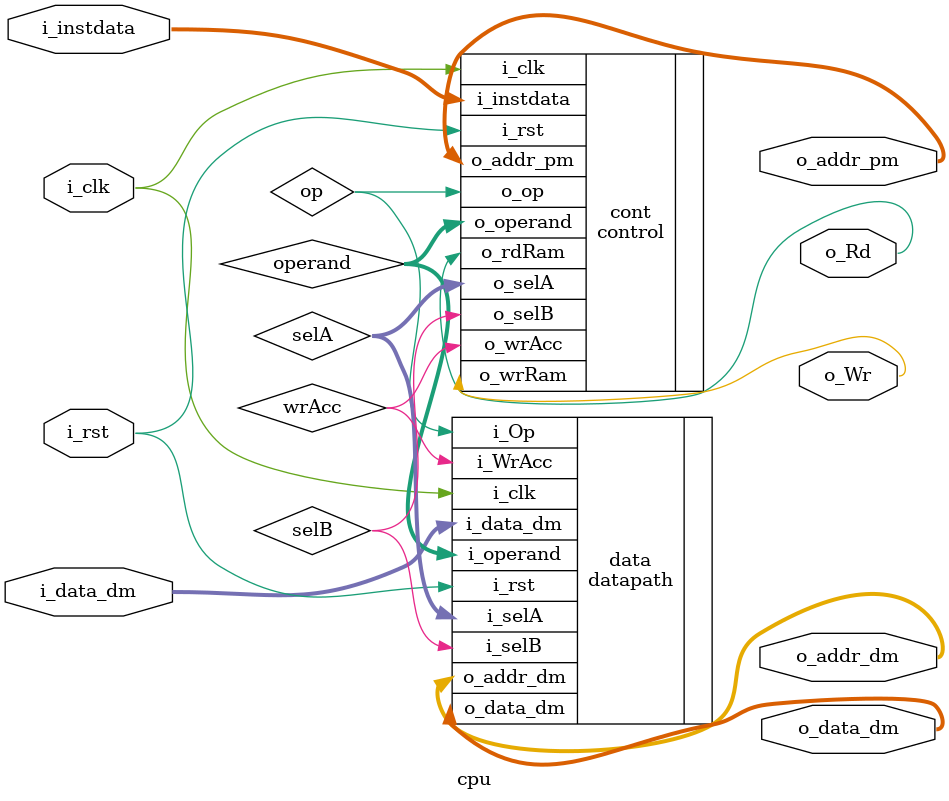
<source format=v>
`timescale 1ns / 1ps

module cpu
#(
    parameter DBITS = 16,
    parameter IBITS = 16,
    parameter ADDR = 11 //view name?
)
(
    input   wire                i_clk,
    input   wire                i_rst,
    input   wire    [IBITS-1:0] i_instdata,
    input   wire    [DBITS-1:0] i_data_dm,
    
    output  wire    [ADDR-1:0]  o_addr_pm,
    output  wire    [ADDR-1:0]  o_addr_dm,
    output  wire                o_Rd,
    output  wire                o_Wr,
    output  wire    [DBITS-1:0] o_data_dm    
);

    //Declaracion de wires internos
    wire selB,wrAcc,op;
    wire [1:0] selA;
    wire [10:0] operand;
    
    control
    #(
        .IBITS                      (IBITS),
        .ADDR                       (ADDR)
    )
     cont
    (
        .i_clk                      (i_clk),
        .i_rst                      (i_rst),
        .i_instdata                 (i_instdata),
        .o_addr_pm                  (o_addr_pm),
        .o_operand                  (operand),
        .o_selA                     (selA),
        .o_selB                     (selB),    
        .o_wrAcc                    (wrAcc),
        .o_op                       (op),
        .o_wrRam                    (o_Wr),
        .o_rdRam                    (o_Rd)
    );
    
    datapath
    #(
        .DBITS                      (DBITS),
        .ADDR                       (ADDR)
    ) 
    data
    (
        .i_clk                      (i_clk),
        .i_rst                      (i_rst),
        .i_data_dm                  (i_data_dm),
        .i_operand                  (operand),
        .i_selA                     (selA),
        .i_selB                     (selB),
        .i_WrAcc                    (wrAcc),
        .i_Op                       (op),
        .o_addr_dm                  (o_addr_dm),
        .o_data_dm                  (o_data_dm)
    );
    
    
endmodule
</source>
